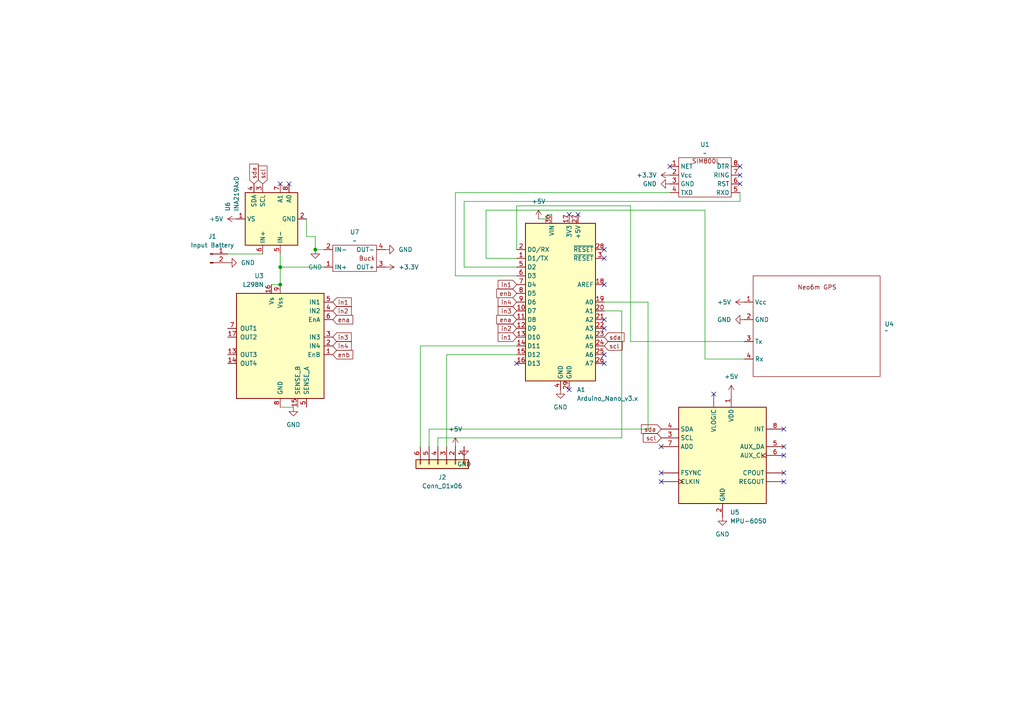
<source format=kicad_sch>
(kicad_sch (version 20231120) (generator "eeschema") (generator_version "8.0")
  (paper "A4")
  (lib_symbols
    (symbol "Connector:Conn_01x02_Pin" (pin_names (offset 1.016) hide)
      (property "Reference" "J" (at 0 2.54 0))
      (property "Value" "Conn_01x02_Pin" (at 0 -5.08 0))
      (symbol "Conn_01x02_Pin_1_1"
        (polyline (pts (xy 1.27 -2.54) (xy 0.8636 -2.54)) (stroke (width 0.1524)))
        (polyline (pts (xy 1.27 0) (xy 0.8636 0)) (stroke (width 0.1524)))
        (rectangle (start 0.8636 -2.413) (end 0 -2.667) (stroke (width 0.1524)) (fill (type outline)))
        (rectangle (start 0.8636 0.127) (end 0 -0.127) (stroke (width 0.1524)) (fill (type outline)))
        (pin passive line (at 5.08 0 180) (length 3.81) (name "Pin_1") (number "1"))
        (pin passive line (at 5.08 -2.54 180) (length 3.81) (name "Pin_2") (number "2"))
      )
    )
    (symbol "Connector_Generic:Conn_01x06" (pin_names (offset 1.016) hide)
      (property "Reference" "J" (at 0 7.62 0))
      (property "Value" "Conn_01x06" (at 0 -10.16 0))
      (symbol "Conn_01x06_1_1"
        (rectangle (start -1.27 -7.493) (end 0 -7.747) (stroke (width 0.1524)))
        (rectangle (start -1.27 -4.953) (end 0 -5.207) (stroke (width 0.1524)))
        (rectangle (start -1.27 -2.413) (end 0 -2.667) (stroke (width 0.1524)))
        (rectangle (start -1.27 0.127) (end 0 -0.127) (stroke (width 0.1524)))
        (rectangle (start -1.27 2.667) (end 0 2.413) (stroke (width 0.1524)))
        (rectangle (start -1.27 5.207) (end 0 4.953) (stroke (width 0.1524)))
        (rectangle (start -1.27 6.35) (end 1.27 -8.89) (stroke (width 0.254)) (fill (type background)))
        (pin passive line (at -5.08 5.08 0) (length 3.81) (name "Pin_1") (number "1"))
        (pin passive line (at -5.08 2.54 0) (length 3.81) (name "Pin_2") (number "2"))
        (pin passive line (at -5.08 0 0) (length 3.81) (name "Pin_3") (number "3"))
        (pin passive line (at -5.08 -2.54 0) (length 3.81) (name "Pin_4") (number "4"))
        (pin passive line (at -5.08 -5.08 0) (length 3.81) (name "Pin_5") (number "5"))
        (pin passive line (at -5.08 -7.62 0) (length 3.81) (name "Pin_6") (number "6"))
      )
    )
    (symbol "Driver_Motor:L298N" (pin_names (offset 1.016))
      (property "Reference" "U3" (at 4.7341 20.32 0))
      (property "Value" "L298N" (at 4.7341 17.78 0))
      (symbol "L298N_0_1"
        (rectangle (start -12.7 15.24) (end 12.7 -15.24) (stroke (width 0.254)) (fill (type background)))
      )
      (symbol "L298N_1_1"
        (pin input line (at -15.24 -2.54 0) (length 2.54) (name "EnB") (number "1"))
        (pin output line (at 15.24 -2.54 180) (length 2.54) (name "OUT3") (number "13"))
        (pin output line (at 15.24 -5.08 180) (length 2.54) (name "OUT4") (number "14"))
        (pin power_in line (at -5.08 -17.78 90) (length 2.54) (name "SENSE_B") (number "15"))
        (pin power_in line (at 2.54 17.78 270) (length 2.54) (name "Vs") (number "16"))
        (pin output line (at 15.24 2.54 180) (length 2.54) (name "OUT2") (number "17"))
        (pin input line (at -15.24 0 0) (length 2.54) (name "IN4") (number "2"))
        (pin input line (at -15.24 2.54 0) (length 2.54) (name "IN3") (number "3"))
        (pin input line (at -15.24 10.16 0) (length 2.54) (name "IN2") (number "4"))
        (pin input line (at -15.24 12.7 0) (length 2.54) (name "IN1") (number "5"))
        (pin power_in line (at -7.62 -17.78 90) (length 2.54) (name "SENSE_A") (number "5"))
        (pin input line (at -15.24 7.62 0) (length 2.54) (name "EnA") (number "6"))
        (pin output line (at 15.24 5.08 180) (length 2.54) (name "OUT1") (number "7"))
        (pin power_in line (at 0 -17.78 90) (length 2.54) (name "GND") (number "8"))
        (pin power_in line (at 0 17.78 270) (length 2.54) (name "Vss") (number "9"))
      )
    )
    (symbol "MCU_Module:Arduino_Nano_v3.x"
      (property "Reference" "A" (at -10.16 23.495 0))
      (property "Value" "Arduino_Nano_v3.x" (at 5.08 -24.13 0))
      (symbol "Arduino_Nano_v3.x_0_1"
        (rectangle (start -10.16 22.86) (end 10.16 -22.86) (stroke (width 0.254)) (fill (type background)))
      )
      (symbol "Arduino_Nano_v3.x_1_1"
        (pin bidirectional line (at -12.7 12.7 0) (length 2.54) (name "D1/TX") (number "1"))
        (pin bidirectional line (at -12.7 -2.54 0) (length 2.54) (name "D7") (number "10"))
        (pin bidirectional line (at -12.7 -5.08 0) (length 2.54) (name "D8") (number "11"))
        (pin bidirectional line (at -12.7 -7.62 0) (length 2.54) (name "D9") (number "12"))
        (pin bidirectional line (at -12.7 -10.16 0) (length 2.54) (name "D10") (number "13"))
        (pin bidirectional line (at -12.7 -12.7 0) (length 2.54) (name "D11") (number "14"))
        (pin bidirectional line (at -12.7 -15.24 0) (length 2.54) (name "D12") (number "15"))
        (pin bidirectional line (at -12.7 -17.78 0) (length 2.54) (name "D13") (number "16"))
        (pin power_out line (at 2.54 25.4 270) (length 2.54) (name "3V3") (number "17"))
        (pin input line (at 12.7 5.08 180) (length 2.54) (name "AREF") (number "18"))
        (pin bidirectional line (at 12.7 0 180) (length 2.54) (name "A0") (number "19"))
        (pin bidirectional line (at -12.7 15.24 0) (length 2.54) (name "D0/RX") (number "2"))
        (pin bidirectional line (at 12.7 -2.54 180) (length 2.54) (name "A1") (number "20"))
        (pin bidirectional line (at 12.7 -5.08 180) (length 2.54) (name "A2") (number "21"))
        (pin bidirectional line (at 12.7 -7.62 180) (length 2.54) (name "A3") (number "22"))
        (pin bidirectional line (at 12.7 -10.16 180) (length 2.54) (name "A4") (number "23"))
        (pin bidirectional line (at 12.7 -12.7 180) (length 2.54) (name "A5") (number "24"))
        (pin bidirectional line (at 12.7 -15.24 180) (length 2.54) (name "A6") (number "25"))
        (pin bidirectional line (at 12.7 -17.78 180) (length 2.54) (name "A7") (number "26"))
        (pin power_out line (at 5.08 25.4 270) (length 2.54) (name "+5V") (number "27"))
        (pin input line (at 12.7 15.24 180) (length 2.54) (name "~{RESET}") (number "28"))
        (pin power_in line (at 2.54 -25.4 90) (length 2.54) (name "GND") (number "29"))
        (pin input line (at 12.7 12.7 180) (length 2.54) (name "~{RESET}") (number "3"))
        (pin power_in line (at -2.54 25.4 270) (length 2.54) (name "VIN") (number "30"))
        (pin power_in line (at 0 -25.4 90) (length 2.54) (name "GND") (number "4"))
        (pin bidirectional line (at -12.7 10.16 0) (length 2.54) (name "D2") (number "5"))
        (pin bidirectional line (at -12.7 7.62 0) (length 2.54) (name "D3") (number "6"))
        (pin bidirectional line (at -12.7 5.08 0) (length 2.54) (name "D4") (number "7"))
        (pin bidirectional line (at -12.7 2.54 0) (length 2.54) (name "D5") (number "8"))
        (pin bidirectional line (at -12.7 0 0) (length 2.54) (name "D6") (number "9"))
      )
    )
    (symbol "Sensor_Energy:INA219AxD"
      (property "Reference" "U6" (at 2.1941 12.7 0))
      (property "Value" "INA219AxD" (at 2.1941 10.16 0))
      (symbol "INA219AxD_0_1"
        (rectangle (start -7.62 7.62) (end 7.62 -7.62) (stroke (width 0.254)) (fill (type background)))
      )
      (symbol "INA219AxD_1_1"
        (pin power_in line (at 0 10.16 270) (length 2.54) (name "VS") (number "1"))
        (pin power_in line (at 0 -10.16 90) (length 2.54) (name "GND") (number "2"))
        (pin input line (at 10.16 2.54 180) (length 2.54) (name "SCL") (number "3"))
        (pin bidirectional line (at 10.16 5.08 180) (length 2.54) (name "SDA") (number "4"))
        (pin input line (at -10.16 -2.54 0) (length 2.54) (name "IN-") (number "5"))
        (pin input line (at -10.16 2.54 0) (length 2.54) (name "IN+") (number "6"))
        (pin input line (at 10.16 -2.54 180) (length 2.54) (name "A1") (number "7"))
        (pin input line (at 10.16 -5.08 180) (length 2.54) (name "A0") (number "8"))
      )
    )
    (symbol "Sensor_Motion:MPU-6050"
      (property "Reference" "U5" (at 2.1941 -16.51 0))
      (property "Value" "MPU-6050" (at 2.1941 -19.05 0))
      (symbol "MPU-6050_0_0"
        (text "" (at 12.7 -2.54 0) (effects (font (size 1.27 1.27))))
      )
      (symbol "MPU-6050_0_1"
        (rectangle (start -12.7 13.97) (end 12.7 -13.97) (stroke (width 0.254)) (fill (type background)))
      )
      (symbol "MPU-6050_1_1"
        (pin input clock (at -17.78 -7.62 0) (length 5.08) (name "CLKIN") (number ""))
        (pin passive line (at 17.78 -5.08 180) (length 5.08) (name "CPOUT") (number ""))
        (pin input line (at -17.78 -5.08 0) (length 5.08) (name "FSYNC") (number ""))
        (pin passive line (at 17.78 -7.62 180) (length 5.08) (name "REGOUT") (number ""))
        (pin power_in line (at -2.54 17.78 270) (length 3.81) (name "VLOGIC") (number ""))
        (pin power_in line (at 2.54 17.78 270) (length 3.81) (name "VDD") (number "1"))
        (pin no_connect line (at -12.7 -10.16 0) (length 2.54) hide (name "NC") (number "14"))
        (pin no_connect line (at 12.7 12.7 180) (length 2.54) hide (name "NC") (number "15"))
        (pin no_connect line (at 12.7 10.16 180) (length 2.54) hide (name "NC") (number "16"))
        (pin no_connect line (at 12.7 5.08 180) (length 2.54) hide (name "NC") (number "17"))
        (pin no_connect line (at 12.7 -10.16 180) (length 2.54) hide (name "RESV") (number "19"))
        (pin power_in line (at 0 -17.78 90) (length 3.81) (name "GND") (number "2"))
        (pin no_connect line (at -12.7 12.7 0) (length 2.54) hide (name "NC") (number "2"))
        (pin no_connect line (at 12.7 -2.54 180) (length 2.54) hide (name "RESV") (number "21"))
        (pin no_connect line (at 12.7 -12.7 180) (length 2.54) hide (name "RESV") (number "22"))
        (pin no_connect line (at -12.7 10.16 0) (length 2.54) hide (name "NC") (number "3"))
        (pin input line (at -17.78 5.08 0) (length 5.08) (name "SCL") (number "3"))
        (pin no_connect line (at -12.7 0 0) (length 2.54) hide (name "NC") (number "4"))
        (pin bidirectional line (at -17.78 7.62 0) (length 5.08) (name "SDA") (number "4"))
        (pin bidirectional line (at 17.78 2.54 180) (length 5.08) (name "AUX_DA") (number "5"))
        (pin no_connect line (at -12.7 -2.54 0) (length 2.54) hide (name "NC") (number "5"))
        (pin output clock (at 17.78 0 180) (length 5.08) (name "AUX_CL") (number "6"))
        (pin input line (at -17.78 2.54 0) (length 5.08) (name "AD0") (number "7"))
        (pin output line (at 17.78 7.62 180) (length 5.08) (name "INT") (number "8"))
      )
    )
    (symbol "Sensors:DC-DC Buck"
      (property "Reference" "U" (at 0 0 0))
      (symbol "DC-DC Buck_0_1"
        (rectangle (start -3.81 6.35) (end 3.81 -6.35))
      )
      (symbol "DC-DC Buck_1_1"
        (text "Buck" (at 0 -3.556 900) (effects (font (size 1.27 1.27))))
        (pin input line (at -2.54 8.89 270) (length 2.54) (name "IN+") (number "1"))
        (pin input line (at 2.54 8.89 270) (length 2.54) (name "IN-") (number "2"))
        (pin input line (at -2.54 -8.89 90) (length 2.54) (name "OUT+") (number "3"))
        (pin input line (at 2.54 -8.89 90) (length 2.54) (name "OUT-") (number "4"))
      )
    )
    (symbol "Sensors:gsm800l"
      (property "Reference" "U" (at 0 0 0))
      (symbol "gsm800l_0_1"
        (rectangle (start -7.62 5.08) (end 7.62 -6.35))
      )
      (symbol "gsm800l_1_1"
        (text "SIM800L" (at 0.254 4.064 0) (effects (font (size 1.27 1.27))))
        (pin input line (at -10.16 2.54 0) (length 2.54) (name "NET") (number "1"))
        (pin input line (at -10.16 0 0) (length 2.54) (name "Vcc") (number "2"))
        (pin input line (at -10.16 -2.54 0) (length 2.54) (name "GND") (number "3"))
        (pin input line (at -10.16 -5.08 0) (length 2.54) (name "TXD") (number "4"))
        (pin input line (at 10.16 -5.08 180) (length 2.54) (name "RXD") (number "5"))
        (pin input line (at 10.16 -2.54 180) (length 2.54) (name "RST") (number "6"))
        (pin input line (at 10.16 0 180) (length 2.54) (name "RING") (number "7"))
        (pin input line (at 10.16 2.54 180) (length 2.54) (name "DTR") (number "8"))
      )
    )
    (symbol "Sensors:neo6m-gps"
      (property "Reference" "U" (at 0 0 0))
      (symbol "neo6m-gps_0_1"
        (rectangle (start -17.78 13.97) (end 19.05 -15.24))
      )
      (symbol "neo6m-gps_1_1"
        (text "Neo6m GPS" (at 0.762 10.668 0) (effects (font (size 1.27 1.27))))
        (pin input line (at -20.32 6.35 0) (length 2.54) (name "Vcc") (number "1"))
        (pin input line (at -20.32 1.27 0) (length 2.54) (name "GND") (number "2"))
        (pin input line (at -20.32 -5.08 0) (length 2.54) (name "Tx") (number "3"))
        (pin input line (at -20.32 -10.16 0) (length 2.54) (name "Rx") (number "4"))
      )
    )
    (symbol "power:+3.3V" (power) (pin_numbers hide) (pin_names (offset 0) hide)
      (property "Value" "+3.3V" (at 0 3.556 0))
      (symbol "+3.3V_0_1"
        (polyline (pts (xy -0.762 1.27) (xy 0 2.54)))
        (polyline (pts (xy 0 0) (xy 0 2.54)))
        (polyline (pts (xy 0 2.54) (xy 0.762 1.27)))
      )
      (symbol "+3.3V_1_1"
        (pin power_in line (at 0 0 90) (length 0) (name "~") (number "1"))
      )
    )
    (symbol "power:+5V" (power) (pin_numbers hide) (pin_names (offset 0) hide)
      (property "Value" "+5V" (at 0 3.556 0))
      (symbol "+5V_0_1"
        (polyline (pts (xy -0.762 1.27) (xy 0 2.54)))
        (polyline (pts (xy 0 0) (xy 0 2.54)))
        (polyline (pts (xy 0 2.54) (xy 0.762 1.27)))
      )
      (symbol "+5V_1_1"
        (pin power_in line (at 0 0 90) (length 0) (name "~") (number "1"))
      )
    )
    (symbol "power:GND" (power) (pin_numbers hide) (pin_names (offset 0) hide)
      (property "Value" "GND" (at 0 -3.81 0))
      (symbol "GND_0_1"
        (polyline (pts (xy 0 0) (xy 0 -1.27) (xy 1.27 -1.27) (xy 0 -2.54) (xy -1.27 -1.27) (xy 0 -1.27)))
      )
      (symbol "GND_1_1"
        (pin power_in line (at 0 0 270) (length 0) (name "~") (number "1"))
      )
    )
  )
  (junction (at 81.28 77.47))
  (junction (at 91.44 72.39))
  (junction (at 81.28 82.55))
  (no_connect (at 194.31 48.26))
  (no_connect (at 175.26 92.71))
  (no_connect (at 175.26 105.41))
  (no_connect (at 165.1 113.03))
  (no_connect (at 227.33 124.46))
  (no_connect (at 165.1 62.23))
  (no_connect (at 175.26 95.25))
  (no_connect (at 191.77 129.54))
  (no_connect (at 214.63 53.34))
  (no_connect (at 167.64 62.23))
  (no_connect (at 227.33 139.7))
  (no_connect (at 191.77 137.16))
  (no_connect (at 175.26 102.87))
  (no_connect (at 227.33 132.08))
  (no_connect (at 207.01 114.3))
  (no_connect (at 214.63 48.26))
  (no_connect (at 175.26 74.93))
  (no_connect (at 214.63 50.8))
  (no_connect (at 81.28 53.34))
  (no_connect (at 227.33 137.16))
  (no_connect (at 191.77 139.7))
  (no_connect (at 175.26 72.39))
  (no_connect (at 227.33 129.54))
  (no_connect (at 149.86 105.41))
  (no_connect (at 175.26 82.55))
  (no_connect (at 83.82 53.34))
  (wire (pts (xy 214.63 58.42) (xy 214.63 55.88)))
  (wire (pts (xy 81.28 73.66) (xy 81.28 77.47)))
  (wire (pts (xy 134.62 58.42) (xy 134.62 77.47)))
  (wire (pts (xy 204.47 104.14) (xy 215.9 104.14)))
  (wire (pts (xy 91.44 72.39) (xy 91.44 68.58)))
  (wire (pts (xy 158.75 63.5) (xy 158.75 62.23)))
  (wire (pts (xy 180.34 127) (xy 127 127)))
  (wire (pts (xy 187.96 87.63) (xy 187.96 124.46)))
  (wire (pts (xy 156.21 63.5) (xy 158.75 63.5)))
  (wire (pts (xy 127 127) (xy 127 129.54)))
  (wire (pts (xy 124.46 124.46) (xy 124.46 129.54)))
  (wire (pts (xy 88.9 68.58) (xy 88.9 63.5)))
  (wire (pts (xy 180.34 90.17) (xy 180.34 127)))
  (wire (pts (xy 175.26 87.63) (xy 187.96 87.63)))
  (wire (pts (xy 132.08 55.88) (xy 132.08 80.01)))
  (wire (pts (xy 134.62 77.47) (xy 149.86 77.47)))
  (wire (pts (xy 132.08 80.01) (xy 149.86 80.01)))
  (wire (pts (xy 93.98 72.39) (xy 91.44 72.39)))
  (wire (pts (xy 81.28 77.47) (xy 81.28 82.55)))
  (wire (pts (xy 140.97 74.93) (xy 140.97 60.96)))
  (wire (pts (xy 78.74 82.55) (xy 81.28 82.55)))
  (wire (pts (xy 93.98 77.47) (xy 81.28 77.47)))
  (wire (pts (xy 134.62 58.42) (xy 214.63 58.42)))
  (wire (pts (xy 187.96 124.46) (xy 124.46 124.46)))
  (wire (pts (xy 182.88 59.69) (xy 149.86 59.69)))
  (wire (pts (xy 149.86 59.69) (xy 149.86 72.39)))
  (wire (pts (xy 149.86 100.33) (xy 121.92 100.33)))
  (wire (pts (xy 81.28 118.11) (xy 85.09 118.11)))
  (wire (pts (xy 158.75 62.23) (xy 160.02 62.23)))
  (wire (pts (xy 66.04 73.66) (xy 76.2 73.66)))
  (wire (pts (xy 129.54 102.87) (xy 149.86 102.87)))
  (wire (pts (xy 121.92 100.33) (xy 121.92 129.54)))
  (wire (pts (xy 204.47 60.96) (xy 204.47 104.14)))
  (wire (pts (xy 129.54 129.54) (xy 129.54 102.87)))
  (wire (pts (xy 140.97 60.96) (xy 204.47 60.96)))
  (wire (pts (xy 215.9 99.06) (xy 182.88 99.06)))
  (wire (pts (xy 149.86 74.93) (xy 140.97 74.93)))
  (wire (pts (xy 91.44 68.58) (xy 88.9 68.58)))
  (wire (pts (xy 194.31 55.88) (xy 132.08 55.88)))
  (wire (pts (xy 175.26 90.17) (xy 180.34 90.17)))
  (wire (pts (xy 182.88 99.06) (xy 182.88 59.69)))
  (global_label "in2" (shape input) (at 96.52 90.17 0) (property "Intersheetrefs" "${INTERSHEET_REFS}" (effects (hide yes))))
  (global_label "in1" (shape input) (at 96.52 87.63 0) (property "Intersheetrefs" "${INTERSHEET_REFS}" (effects (hide yes))))
  (global_label "scl" (shape input) (at 175.26 100.33 0) (property "Intersheetrefs" "${INTERSHEET_REFS}" (effects (hide yes))))
  (global_label "sda" (shape input) (at 191.77 124.46 180) (property "Intersheetrefs" "${INTERSHEET_REFS}" (effects (hide yes))))
  (global_label "in1" (shape input) (at 149.86 82.55 180) (property "Intersheetrefs" "${INTERSHEET_REFS}" (effects (hide yes))))
  (global_label "in3" (shape input) (at 96.52 97.79 0) (property "Intersheetrefs" "${INTERSHEET_REFS}" (effects (hide yes))))
  (global_label "scl" (shape input) (at 191.77 127 180) (property "Intersheetrefs" "${INTERSHEET_REFS}" (effects (hide yes))))
  (global_label "ena" (shape input) (at 96.52 92.71 0) (property "Intersheetrefs" "${INTERSHEET_REFS}" (effects (hide yes))))
  (global_label "ena" (shape input) (at 149.86 92.71 180) (property "Intersheetrefs" "${INTERSHEET_REFS}" (effects (hide yes))))
  (global_label "sda" (shape input) (at 175.26 97.79 0) (property "Intersheetrefs" "${INTERSHEET_REFS}" (effects (hide yes))))
  (global_label "scl" (shape input) (at 76.2 53.34 90) (property "Intersheetrefs" "${INTERSHEET_REFS}" (effects (hide yes))))
  (global_label "in3" (shape input) (at 149.86 90.17 180) (property "Intersheetrefs" "${INTERSHEET_REFS}" (effects (hide yes))))
  (global_label "sda" (shape input) (at 73.66 53.34 90) (property "Intersheetrefs" "${INTERSHEET_REFS}" (effects (hide yes))))
  (global_label "in2" (shape input) (at 149.86 95.25 180) (property "Intersheetrefs" "${INTERSHEET_REFS}" (effects (hide yes))))
  (global_label "in4" (shape input) (at 96.52 100.33 0) (property "Intersheetrefs" "${INTERSHEET_REFS}" (effects (hide yes))))
  (global_label "in4" (shape input) (at 149.86 87.63 180) (property "Intersheetrefs" "${INTERSHEET_REFS}" (effects (hide yes))))
  (global_label "enb" (shape input) (at 149.86 85.09 180) (property "Intersheetrefs" "${INTERSHEET_REFS}" (effects (hide yes))))
  (global_label "in1" (shape input) (at 149.86 97.79 180) (property "Intersheetrefs" "${INTERSHEET_REFS}" (effects (hide yes))))
  (global_label "enb" (shape input) (at 96.52 102.87 0) (property "Intersheetrefs" "${INTERSHEET_REFS}" (effects (hide yes))))
  (symbol (lib_id "power:+5V") (at 156.21 63.5 0) (unit 1)
    (property "Reference" "#PWR013" (effects (hide yes)))
    (property "Value" "+5V" (at 156.21 58.42 0))
    (property "Description" "Power symbol creates a global label with name \"+5V\"" (effects (hide yes)))
  )
  (symbol (lib_id "Sensor_Motion:MPU-6050") (at 209.55 132.08 0) (unit 1)
    (property "Reference" "U5" (at 211.7441 148.59 0) (effects (justify left)))
    (property "Value" "MPU-6050" (at 211.7441 151.13 0) (effects (justify left)))
    (property "Footprint" "Connector_PinSocket_2.54mm:PinSocket_1x08_P2.54mm_Vertical" (effects (hide yes)))
    (property "Datasheet" "https://invensense.tdk.com/wp-content/uploads/2015/02/MPU-6000-Datasheet1.pdf" (effects (hide yes)))
    (property "Description" "InvenSense 6-Axis Motion Sensor, Gyroscope, Accelerometer, I2C" (effects (hide yes)))
  )
  (symbol (lib_id "power:GND") (at 134.62 129.54 0) (unit 1)
    (property "Reference" "#PWR015" (effects (hide yes)))
    (property "Value" "GND" (at 134.62 134.62 0))
    (property "Description" "Power symbol creates a global label with name \"GND\" , ground" (effects (hide yes)))
  )
  (symbol (lib_id "Driver_Motor:L298N") (at 81.28 100.33 0) (mirror y) (unit 1)
    (property "Reference" "U3" (at 76.5459 80.01 0) (effects (justify left)))
    (property "Value" "L298N" (at 76.5459 82.55 0) (effects (justify left)))
    (property "Footprint" "Connector_PinSocket_2.54mm:PinSocket_1x04_P2.54mm_Vertical" (effects (hide yes)))
    (property "Datasheet" "http://www.st.com/st-web-ui/static/active/en/resource/technical/document/datasheet/CD00000240.pdf" (effects (hide yes)))
    (property "Description" "Dual full bridge motor driver, up to 46V, 4A, Multiwatt15-V" (effects (hide yes)))
  )
  (symbol (lib_id "power:GND") (at 162.56 113.03 0) (unit 1)
    (property "Reference" "#PWR07" (effects (hide yes)))
    (property "Value" "GND" (at 162.56 118.11 0))
    (property "Description" "Power symbol creates a global label with name \"GND\" , ground" (effects (hide yes)))
  )
  (symbol (lib_id "power:+5V") (at 68.58 63.5 90) (unit 1)
    (property "Reference" "#PWR08" (effects (hide yes)))
    (property "Value" "+5V" (at 64.77 63.4999 90) (effects (justify left)))
    (property "Description" "Power symbol creates a global label with name \"+5V\"" (effects (hide yes)))
  )
  (symbol (lib_id "power:+5V") (at 212.09 114.3 0) (unit 1)
    (property "Reference" "#PWR01" (effects (hide yes)))
    (property "Value" "+5V" (at 212.09 109.22 0))
    (property "Description" "Power symbol creates a global label with name \"+5V\"" (effects (hide yes)))
  )
  (symbol (lib_id "power:GND") (at 91.44 72.39 0) (unit 1)
    (property "Reference" "#PWR03" (effects (hide yes)))
    (property "Value" "GND" (at 91.44 77.47 0))
    (property "Description" "Power symbol creates a global label with name \"GND\" , ground" (effects (hide yes)))
  )
  (symbol (lib_id "Sensors:neo6m-gps") (at 236.22 93.98 0) (unit 1)
    (property "Reference" "U4" (at 256.54 93.9799 0) (effects (justify left)))
    (property "Value" "~" (at 256.54 95.885 0) (effects (justify left)))
    (property "Footprint" "Connector_PinSocket_2.54mm:PinSocket_1x03_P2.54mm_Vertical" (effects (hide yes)))
  )
  (symbol (lib_id "power:+3.3V") (at 194.31 50.8 90) (unit 1)
    (property "Reference" "#PWR09" (effects (hide yes)))
    (property "Value" "+3.3V" (at 190.5 50.7999 90) (effects (justify left)))
    (property "Description" "Power symbol creates a global label with name \"+3.3V\"" (effects (hide yes)))
  )
  (symbol (lib_id "power:+5V") (at 132.08 129.54 0) (unit 1)
    (property "Reference" "#PWR06" (effects (hide yes)))
    (property "Value" "+5V" (at 132.08 124.46 0))
    (property "Description" "Power symbol creates a global label with name \"+5V\"" (effects (hide yes)))
  )
  (symbol (lib_id "power:+5V") (at 215.9 87.63 90) (unit 1)
    (property "Reference" "#PWR011" (effects (hide yes)))
    (property "Value" "+5V" (at 212.09 87.6299 90) (effects (justify left)))
    (property "Description" "Power symbol creates a global label with name \"+5V\"" (effects (hide yes)))
  )
  (symbol (lib_id "power:GND") (at 85.09 118.11 0) (unit 1)
    (property "Reference" "#PWR02" (effects (hide yes)))
    (property "Value" "GND" (at 85.09 123.19 0))
    (property "Description" "Power symbol creates a global label with name \"GND\" , ground" (effects (hide yes)))
  )
  (symbol (lib_id "Sensor_Energy:INA219AxD") (at 78.74 63.5 90) (unit 1)
    (property "Reference" "U6" (at 66.04 61.3059 0) (effects (justify left)))
    (property "Value" "INA219AxD" (at 68.58 61.3059 0) (effects (justify left)))
    (property "Footprint" "Connector_PinSocket_2.54mm:PinSocket_1x06_P2.54mm_Vertical" (effects (hide yes)))
    (property "Datasheet" "http://www.ti.com/lit/ds/symlink/ina219.pdf" (effects (hide yes)))
    (property "Description" "Zero-Drift, Bidirectional Current/Power Monitor (0-26V) With I2C Interface, SOIC-8" (effects (hide yes)))
  )
  (symbol (lib_id "Connector:Conn_01x02_Pin") (at 60.96 73.66 0) (unit 1)
    (property "Reference" "J1" (at 61.595 68.58 0))
    (property "Value" "Input Battery" (at 61.595 71.12 0))
    (property "Description" "Generic connector, single row, 01x02, script generated" (effects (hide yes)))
  )
  (symbol (lib_id "power:GND") (at 66.04 76.2 90) (unit 1)
    (property "Reference" "#PWR016" (effects (hide yes)))
    (property "Value" "GND" (at 69.85 76.1999 90) (effects (justify right)))
    (property "Description" "Power symbol creates a global label with name \"GND\" , ground" (effects (hide yes)))
  )
  (symbol (lib_id "power:GND") (at 111.76 72.39 90) (unit 1)
    (property "Reference" "#PWR05" (effects (hide yes)))
    (property "Value" "GND" (at 115.57 72.3899 90) (effects (justify right)))
    (property "Description" "Power symbol creates a global label with name \"GND\" , ground" (effects (hide yes)))
  )
  (symbol (lib_id "MCU_Module:Arduino_Nano_v3.x") (at 162.56 87.63 0) (unit 1)
    (property "Reference" "A1" (at 167.2941 113.03 0) (effects (justify left)))
    (property "Value" "Arduino_Nano_v3.x" (at 167.2941 115.57 0) (effects (justify left)))
    (property "Footprint" "Module:Arduino_Nano" (effects (hide yes)))
    (property "Datasheet" "http://www.mouser.com/pdfdocs/Gravitech_Arduino_Nano3_0.pdf" (effects (hide yes)))
    (property "Description" "Arduino Nano v3.x" (effects (hide yes)))
  )
  (symbol (lib_id "Sensors:gsm800l") (at 204.47 50.8 0) (unit 1)
    (property "Reference" "U1" (at 204.47 41.91 0))
    (property "Value" "~" (at 204.47 44.45 0))
    (property "Footprint" "Connector_PinSocket_2.54mm:PinSocket_1x06_P2.54mm_Vertical" (effects (hide yes)))
  )
  (symbol (lib_id "Connector_Generic:Conn_01x06") (at 129.54 134.62 270) (unit 1)
    (property "Reference" "J2" (at 128.27 138.43 90))
    (property "Value" "Conn_01x06" (at 128.27 140.97 90))
    (property "Footprint" "Connector_PinHeader_2.54mm:PinHeader_1x06_P2.54mm_Vertical" (effects (hide yes)))
    (property "Description" "Generic connector, single row, 01x06, script generated (kicad-library-utils/schlib/autogen/connector/)" (effects (hide yes)))
  )
  (symbol (lib_id "power:+3.3V") (at 111.76 77.47 270) (unit 1)
    (property "Reference" "#PWR04" (effects (hide yes)))
    (property "Value" "+3.3V" (at 115.57 77.4699 90) (effects (justify left)))
    (property "Description" "Power symbol creates a global label with name \"+3.3V\"" (effects (hide yes)))
  )
  (symbol (lib_id "power:GND") (at 194.31 53.34 270) (unit 1)
    (property "Reference" "#PWR010" (effects (hide yes)))
    (property "Value" "GND" (at 190.5 53.3399 90) (effects (justify right)))
    (property "Description" "Power symbol creates a global label with name \"GND\" , ground" (effects (hide yes)))
  )
  (symbol (lib_id "power:GND") (at 215.9 92.71 270) (unit 1)
    (property "Reference" "#PWR012" (effects (hide yes)))
    (property "Value" "GND" (at 212.09 92.7099 90) (effects (justify right)))
    (property "Description" "Power symbol creates a global label with name \"GND\" , ground" (effects (hide yes)))
  )
  (symbol (lib_id "power:GND") (at 209.55 149.86 0) (unit 1)
    (property "Reference" "#PWR014" (effects (hide yes)))
    (property "Value" "GND" (at 209.55 154.94 0))
    (property "Description" "Power symbol creates a global label with name \"GND\" , ground" (effects (hide yes)))
  )
  (symbol (lib_id "Sensors:DC-DC Buck") (at 102.87 74.93 90) (unit 1)
    (property "Reference" "U7" (at 102.87 67.31 90))
    (property "Value" "~" (at 102.87 69.85 90))
    (property "Footprint" "custom:buck" (effects (hide yes)))
  )
)
</source>
